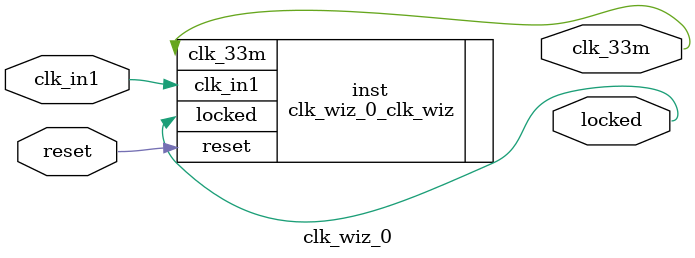
<source format=v>


`timescale 1ps/1ps

(* CORE_GENERATION_INFO = "clk_wiz_0,clk_wiz_v6_0_10_0_0,{component_name=clk_wiz_0,use_phase_alignment=true,use_min_o_jitter=false,use_max_i_jitter=false,use_dyn_phase_shift=false,use_inclk_switchover=false,use_dyn_reconfig=false,enable_axi=0,feedback_source=FDBK_AUTO,PRIMITIVE=MMCM,num_out_clk=1,clkin1_period=20.000,clkin2_period=10.0,use_power_down=false,use_reset=true,use_locked=true,use_inclk_stopped=false,feedback_type=SINGLE,CLOCK_MGR_TYPE=NA,manual_override=false}" *)

module clk_wiz_0 
 (
  // Clock out ports
  output        clk_33m,
  // Status and control signals
  input         reset,
  output        locked,
 // Clock in ports
  input         clk_in1
 );

  clk_wiz_0_clk_wiz inst
  (
  // Clock out ports  
  .clk_33m(clk_33m),
  // Status and control signals               
  .reset(reset), 
  .locked(locked),
 // Clock in ports
  .clk_in1(clk_in1)
  );

endmodule

</source>
